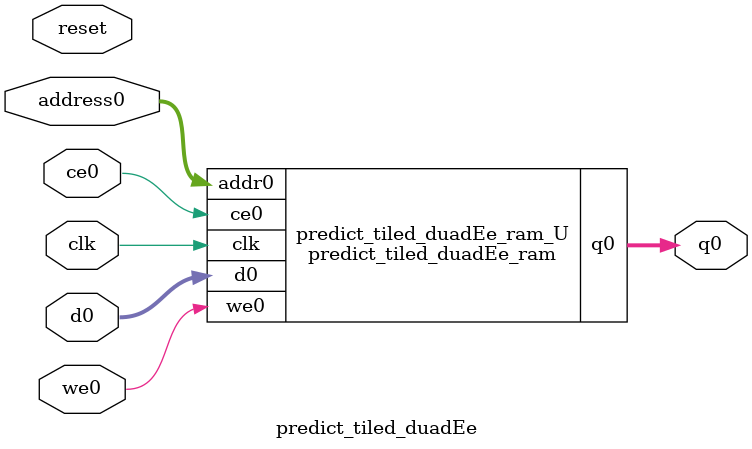
<source format=v>

`timescale 1 ns / 1 ps
module predict_tiled_duadEe_ram (addr0, ce0, d0, we0, q0,  clk);

parameter DWIDTH = 32;
parameter AWIDTH = 4;
parameter MEM_SIZE = 10;

input[AWIDTH-1:0] addr0;
input ce0;
input[DWIDTH-1:0] d0;
input we0;
output reg[DWIDTH-1:0] q0;
input clk;

(* ram_style = "distributed" *)reg [DWIDTH-1:0] ram[0:MEM_SIZE-1];




always @(posedge clk)  
begin 
    if (ce0) 
    begin
        if (we0) 
        begin 
            ram[addr0] <= d0; 
            q0 <= d0;
        end 
        else 
            q0 <= ram[addr0];
    end
end


endmodule


`timescale 1 ns / 1 ps
module predict_tiled_duadEe(
    reset,
    clk,
    address0,
    ce0,
    we0,
    d0,
    q0);

parameter DataWidth = 32'd32;
parameter AddressRange = 32'd10;
parameter AddressWidth = 32'd4;
input reset;
input clk;
input[AddressWidth - 1:0] address0;
input ce0;
input we0;
input[DataWidth - 1:0] d0;
output[DataWidth - 1:0] q0;



predict_tiled_duadEe_ram predict_tiled_duadEe_ram_U(
    .clk( clk ),
    .addr0( address0 ),
    .ce0( ce0 ),
    .we0( we0 ),
    .d0( d0 ),
    .q0( q0 ));

endmodule


</source>
